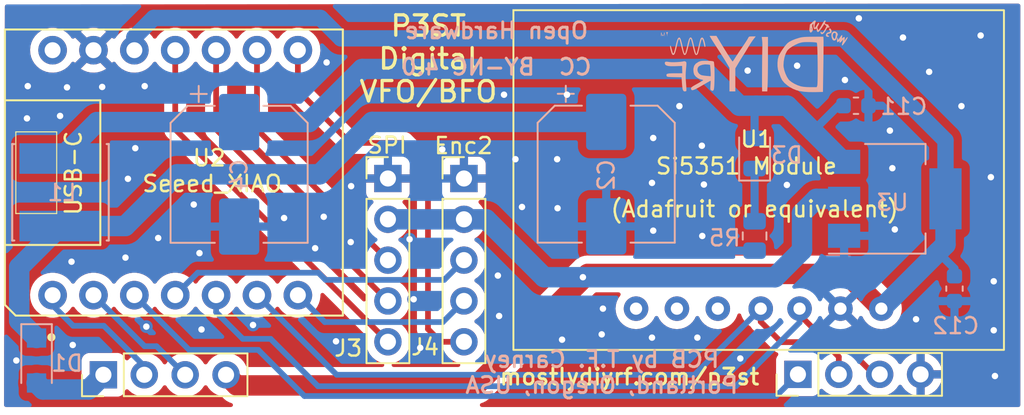
<source format=kicad_pcb>
(kicad_pcb (version 20211014) (generator pcbnew)
  (layers (0 "F.Cu" signal) (31 "B.Cu" signal) (34 "B.Paste" user) (35 "F.Paste" user) (36 "B.SilkS" user "B.Silkscreen") (37 "F.SilkS" user "F.Silkscreen") (38 "B.Mask" user) (39 "F.Mask" user) (44 "Edge.Cuts" user))
  (net 0 "")
  (net 1 "+3V3")
  (net 2 "GND")
  (net 3 "Net-(C2-Pad1)")
  (net 4 "/ENC2_A")
  (net 5 "/ENC2_B")
  (net 6 "/ENC2_SW")
  (net 9 "Net-(D1-Pad2)")
  (net 11 "Net-(D3-Pad1)")
  (net 13 "/SDA")
  (net 14 "/SCL")
  (net 15 "/MOSI")
  (net 16 "/MISO")
  (net 17 "/SCK")
  (net 18 "Net-(C11-Pad1)")
  (net 19 "/ENC1_SW")
  (net 20 "/ENC1_A")
  (net 21 "/ENC1_B")
  (footprint "K7TFC:PinHeader_1x04_P2.54mm_horizontal" (layer "F.Cu") (at 170.1038 104.0384 90)
    (fp_text reference "J1" hide)
    (fp_text value "12VDC")
    (pad "1" thru_hole rect (at 0 0 90) (size 1.7 1.7) (drill 1) (layers *.Cu *.Mask) (net 9 "Net-(D1-Pad2)"))
    (pad "2" thru_hole oval (at 0 2.54 90) (size 1.7 1.7) (drill 1) (layers *.Cu *.Mask) (net 20 "/ENC1_A"))
    (pad "3" thru_hole oval (at 0 5.08 90) (size 1.7 1.7) (drill 1) (layers *.Cu *.Mask) (net 21 "/ENC1_B"))
    (pad "4" thru_hole oval (at 0 7.62 90) (size 1.7 1.7) (drill 1) (layers *.Cu *.Mask) (net 1 "+3V3"))
  )
  (footprint "K7TFC_Modules:Si5351A_Adafruit" (layer "F.Cu") (at 210.82 91.6686)
    (fp_text reference "U1" (at -0.127 -2.286) (layer "F.SilkS"))
    (fp_text value "Si5351A_Adafruit" hide)
    (fp_text user "Si5351 Module" (at -0.762 -0.6096 unlocked) (layer "F.SilkS"))
    (fp_text user "(Adafruit or equivalent)" (at -0.254 2.0574 unlocked) (layer "F.SilkS"))
    (pad "0" thru_hole circle (at -7.62 8.255) (size 1.524 1.524) (drill 0.762) (layers *.Cu *.Mask))
    (pad "1" thru_hole circle (at -5.08 8.255) (size 1.524 1.524) (drill 0.762) (layers *.Cu *.Mask))
    (pad "2" thru_hole circle (at -2.54 8.255) (size 1.524 1.524) (drill 0.762) (layers *.Cu *.Mask))
    (pad "3" thru_hole circle (at 0.127 8.255) (size 1.524 1.524) (drill 0.762) (layers *.Cu *.Mask) (net 14 "/SCL"))
    (pad "4" thru_hole circle (at 2.54 8.255) (size 1.524 1.524) (drill 0.762) (layers *.Cu *.Mask) (net 13 "/SDA"))
    (pad "5" thru_hole circle (at 5.08 8.255) (size 1.524 1.524) (drill 0.762) (layers *.Cu *.Mask) (net 2 "GND"))
    (pad "6" thru_hole circle (at 7.62 8.255) (size 1.524 1.524) (drill 0.762) (layers *.Cu *.Mask) (net 1 "+3V3"))
  )
  (footprint "K7TFC_Modules:XIAO-MODULE_14P-2.54-21X17.8MM" (layer "F.Cu") (at 184.98131 100.3554 90)
    (fp_text reference "U2" (at 9.8044 -8.29891 180) (layer "F.SilkS") (effects (font (size 1.016 1.016) (thickness 0.1524))))
    (fp_text value "Seeed_XIAO" (at 8.2042 -8.12111 180) (layer "F.SilkS") (effects (font (size 1.016 1.016) (thickness 0.1524))))
    (fp_text user "USB-C" (at 8.8646 -16.7386 90 unlocked) (layer "F.SilkS"))
    (pad "1" thru_hole circle (at 1.27 -18.034 270) (size 1.778 1.778) (drill 0.9906) (layers *.Cu *.Mask) (net 20 "/ENC1_A"))
    (pad "2" thru_hole circle (at 1.27 -15.494 270) (size 1.778 1.778) (drill 0.9906) (layers *.Cu *.Mask) (net 21 "/ENC1_B"))
    (pad "3" thru_hole circle (at 1.27 -12.954 270) (size 1.778 1.778) (drill 0.9906) (layers *.Cu *.Mask) (net 19 "/ENC1_SW"))
    (pad "4" thru_hole circle (at 1.27 -10.414 270) (size 1.778 1.778) (drill 0.9906) (layers *.Cu *.Mask) (net 4 "/ENC2_A"))
    (pad "5" thru_hole circle (at 1.27 -7.874 270) (size 1.778 1.778) (drill 0.9906) (layers *.Cu *.Mask) (net 13 "/SDA"))
    (pad "6" thru_hole circle (at 1.27 -5.334 270) (size 1.778 1.778) (drill 0.9906) (layers *.Cu *.Mask) (net 14 "/SCL"))
    (pad "7" thru_hole circle (at 1.27 -2.794 270) (size 1.778 1.778) (drill 0.9906) (layers *.Cu *.Mask) (net 5 "/ENC2_B"))
    (pad "8" thru_hole circle (at 16.51 -2.794 270) (size 1.778 1.778) (drill 0.9906) (layers *.Cu *.Mask) (net 6 "/ENC2_SW"))
    (pad "9" thru_hole circle (at 16.51 -5.334 270) (size 1.778 1.778) (drill 0.9906) (layers *.Cu *.Mask) (net 17 "/SCK"))
    (pad "10" thru_hole circle (at 16.51 -7.874 270) (size 1.778 1.778) (drill 0.9906) (layers *.Cu *.Mask) (net 16 "/MISO"))
    (pad "11" thru_hole circle (at 16.51 -10.414 270) (size 1.778 1.778) (drill 0.9906) (layers *.Cu *.Mask) (net 15 "/MOSI"))
    (pad "12" thru_hole circle (at 16.51 -12.954 270) (size 1.778 1.778) (drill 0.9906) (layers *.Cu *.Mask) (net 1 "+3V3"))
    (pad "13" thru_hole circle (at 16.51 -15.494 270) (size 1.778 1.778) (drill 0.9906) (layers *.Cu *.Mask) (net 2 "GND"))
    (pad "14" thru_hole circle (at 16.51 -18.034 270) (size 1.778 1.778) (drill 0.9906) (layers *.Cu *.Mask))
  )
  (footprint "K7TFC:PinHeader_1x04_P2.54mm_horizontal" (layer "F.Cu") (at 213.2584 104.013 90)
    (fp_text reference "J2" hide)
    (fp_text value "J2")
    (pad "1" thru_hole rect (at 0 0 90) (size 1.7 1.7) (drill 1) (layers *.Cu *.Mask) (net 19 "/ENC1_SW"))
    (pad "2" thru_hole oval (at 0 2.54 90) (size 1.7 1.7) (drill 1) (layers *.Cu *.Mask) (net 14 "/SCL"))
    (pad "3" thru_hole oval (at 0 5.08 90) (size 1.7 1.7) (drill 1) (layers *.Cu *.Mask) (net 13 "/SDA"))
    (pad "4" thru_hole oval (at 0 7.62 90) (size 1.7 1.7) (drill 1) (layers *.Cu *.Mask) (net 2 "GND"))
  )
  (footprint "Connector_PinHeader_2.54mm:PinHeader_1x05_P2.54mm_Vertical" (layer "F.Cu") (at 187.7822 91.826)
    (fp_text reference "J3" (at -2.4638 10.5614) (layer "F.SilkS"))
    (fp_text value "Conn_01x05" hide)
    (pad "1" thru_hole rect (at 0 0) (size 1.7 1.7) (drill 1) (layers *.Cu *.Mask) (net 2 "GND"))
    (pad "2" thru_hole oval (at 0 2.54) (size 1.7 1.7) (drill 1) (layers *.Cu *.Mask) (net 1 "+3V3"))
    (pad "3" thru_hole oval (at 0 5.08) (size 1.7 1.7) (drill 1) (layers *.Cu *.Mask) (net 17 "/SCK"))
    (pad "4" thru_hole oval (at 0 7.62) (size 1.7 1.7) (drill 1) (layers *.Cu *.Mask) (net 16 "/MISO"))
    (pad "5" thru_hole oval (at 0 10.16) (size 1.7 1.7) (drill 1) (layers *.Cu *.Mask) (net 15 "/MOSI"))
  )
  (footprint "Connector_PinHeader_2.54mm:PinHeader_1x05_P2.54mm_Vertical" (layer "F.Cu") (at 192.5066 91.826)
    (fp_text reference "J4" (at -2.413 10.4852 180) (layer "F.SilkS"))
    (fp_text value "Conn_01x05" hide)
    (pad "1" thru_hole rect (at 0 0) (size 1.7 1.7) (drill 1) (layers *.Cu *.Mask) (net 2 "GND"))
    (pad "2" thru_hole oval (at 0 2.54) (size 1.7 1.7) (drill 1) (layers *.Cu *.Mask) (net 1 "+3V3"))
    (pad "3" thru_hole oval (at 0 5.08) (size 1.7 1.7) (drill 1) (layers *.Cu *.Mask) (net 4 "/ENC2_A"))
    (pad "4" thru_hole oval (at 0 7.62) (size 1.7 1.7) (drill 1) (layers *.Cu *.Mask) (net 5 "/ENC2_B"))
    (pad "5" thru_hole oval (at 0 10.16) (size 1.7 1.7) (drill 1) (layers *.Cu *.Mask) (net 6 "/ENC2_SW"))
  )
  (footprint "Capacitor_SMD:CP_Elec_8x10" (layer "B.Cu") (at 201.3458 91.5571 -90)
    (fp_text reference "C2" (at 0.0575 -0.005 90) (layer "B.SilkS") (effects (justify mirror)))
    (fp_text value "220")
    (pad "1" smd roundrect (at -3.25 0 270) (size 3.5 2.5) (layers "B.Cu" "B.Paste" "B.Mask") (roundrect_rratio 0.1) (net 3 "Net-(C2-Pad1)"))
    (pad "2" smd roundrect (at 3.25 0 270) (size 3.5 2.5) (layers "B.Cu" "B.Paste" "B.Mask") (roundrect_rratio 0.1) (net 2 "GND"))
  )
  (footprint "Capacitor_SMD:C_0603_1608Metric" (layer "B.Cu") (at 222.9866 98.679 -90)
    (fp_text reference "C12" (at 2.3114 -0.0762) (layer "B.SilkS") (effects (justify mirror)))
    (fp_text value "10uF")
    (pad "1" smd roundrect (at -0.775 0 270) (size 0.9 0.95) (layers "B.Cu" "B.Paste" "B.Mask") (net 1 "+3V3"))
    (pad "2" smd roundrect (at 0.775 0 270) (size 0.9 0.95) (layers "B.Cu" "B.Paste" "B.Mask") (net 2 "GND"))
  )
  (footprint "Capacitor_SMD:CP_Elec_8x10" (layer "B.Cu") (at 178.5366 91.567 -90)
    (fp_text reference "C4" (at 0.0341 -0.003 90) (layer "B.SilkS") (effects (justify mirror)))
    (fp_text value "220")
    (pad "1" smd roundrect (at -3.25 0 270) (size 3.5 2.5) (layers "B.Cu" "B.Paste" "B.Mask") (roundrect_rratio 0.1) (net 18 "Net-(C11-Pad1)"))
    (pad "2" smd roundrect (at 3.25 0 270) (size 3.5 2.5) (layers "B.Cu" "B.Paste" "B.Mask") (roundrect_rratio 0.1) (net 2 "GND"))
  )
  (footprint "Capacitor_SMD:C_0603_1608Metric" (layer "B.Cu") (at 216.8652 87.2998)
    (fp_text reference "C11" (at 2.9718 0.0508) (layer "B.SilkS") (effects (justify mirror)))
    (fp_text value "10uF")
    (pad "1" smd roundrect (at -0.775 0) (size 0.9 0.95) (layers "B.Cu" "B.Paste" "B.Mask") (net 18 "Net-(C11-Pad1)"))
    (pad "2" smd roundrect (at 0.775 0) (size 0.9 0.95) (layers "B.Cu" "B.Paste" "B.Mask") (net 2 "GND"))
  )
  (footprint "Diode_SMD:Nexperia_CFP3_SOD-123W" (layer "B.Cu") (at 165.95 103.15 -90)
    (fp_text reference "D1" (at 0.1772 -1.8932) (layer "B.SilkS") (effects (justify mirror)))
    (fp_text value "PMEG2010ER" hide)
    (pad "1" smd rect (at -1.4 0 270) (size 1.2 1.2) (layers "B.Cu" "B.Paste" "B.Mask") (net 3 "Net-(C2-Pad1)"))
    (pad "2" smd rect (at 1.4 0 270) (size 1.2 1.2) (layers "B.Cu" "B.Paste" "B.Mask") (net 9 "Net-(D1-Pad2)"))
  )
  (footprint "K7TFC_Passives:INDUCTOR_VLS6045EX-681M" (layer "B.Cu") (at 167.4368 92.6846 -90)
    (fp_text reference "L1" (at 0.0278 -0.0896) (layer "B.SilkS") (effects (font (size 1.016 1.016)) (justify mirror)))
    (fp_text value "680uH")
    (pad "1" smd rect (at -2.1 0 270) (size 1.9 5.1) (layers "B.Cu" "B.Paste" "B.Mask") (net 18 "Net-(C11-Pad1)"))
    (pad "2" smd rect (at 2.1 0 270) (size 1.9 5.1) (layers "B.Cu" "B.Paste" "B.Mask") (net 3 "Net-(C2-Pad1)"))
  )
  (footprint "Graphics:diyrf_12mm" (layer "B.Cu") (at 210.566 84.1502 180)
    (fp_text reference "G***" hide)
    (fp_text value "LOGO" hide)
  )
  (footprint "Resistor_SMD:R_0805_2012Metric" (layer "B.Cu") (at 210.566 95.4024 90)
    (fp_text reference "R5" (at -0.127 -1.8542 180) (layer "B.SilkS") (effects (justify mirror)))
    (fp_text value "1K")
    (pad "1" smd roundrect (at -0.9125 0 90) (size 1.025 1.4) (layers "B.Cu" "B.Paste" "B.Mask") (roundrect_rratio 0.243902) (net 2 "GND"))
    (pad "2" smd roundrect (at 0.9125 0 90) (size 1.025 1.4) (layers "B.Cu" "B.Paste" "B.Mask") (roundrect_rratio 0.243902) (net 11 "Net-(D3-Pad1)"))
  )
  (footprint "Package_TO_SOT_SMD:SOT-223-3_TabPin2" (layer "B.Cu") (at 219.2782 93.091)
    (fp_text reference "U3" (at -0.1524 0.2286) (layer "B.SilkS") (effects (justify mirror)))
    (fp_text value "TLV1117LV-3.3")
    (pad "1" smd rect (at -3.15 2.3) (size 2 1.5) (layers "B.Cu" "B.Paste" "B.Mask") (net 2 "GND"))
    (pad "2" smd rect (at -3.15 0) (size 2 1.5) (layers "B.Cu" "B.Paste" "B.Mask") (net 1 "+3V3"))
    (pad "2" smd rect (at 3.15 0) (size 2 3.8) (layers "B.Cu" "B.Paste" "B.Mask") (net 1 "+3V3"))
    (pad "3" smd rect (at -3.15 -2.3) (size 2 1.5) (layers "B.Cu" "B.Paste" "B.Mask") (net 18 "Net-(C11-Pad1)"))
  )
  (footprint "LED_SMD:LED_0805_2012Metric" (layer "B.Cu") (at 210.566 90.2716 90)
    (fp_text reference "D3" (at -0.1016 2.0066) (layer "B.SilkS") (effects (justify mirror)))
    (fp_text value "LED")
    (pad "1" smd roundrect (at -0.9375 0 90) (size 0.975 1.4) (layers "B.Cu" "B.Paste" "B.Mask") (net 11 "Net-(D3-Pad1)"))
    (pad "2" smd roundrect (at 0.9375 0 90) (size 0.975 1.4) (layers "B.Cu" "B.Paste" "B.Mask") (net 18 "Net-(C11-Pad1)"))
  )
  (gr_text "CC  BY-NC 4.0" (at 194.5132 84.8868) (layer "B.SilkS") (effects (font (size 1 1) (thickness 0.1778)) (justify mirror)))
  (gr_text "PCB by T.F. Carney\nPortland, Oregon, USA" (at 201.0664 103.886) (layer "B.SilkS") (effects (font (size 1 1) (thickness 0.1778)) (justify mirror)))
  (gr_text "Open Hardware" (at 194.5132 82.6262) (layer "B.SilkS") (effects (font (size 1 1) (thickness 0.1778)) (justify mirror)))
  (gr_text "Enc2" (at 192.4812 89.789) (layer "F.SilkS") (effects (font (size 1 1))))
  (gr_text "P3ST\nDigital\nVFO/BFO" (at 190.2968 84.3788) (layer "F.SilkS") (effects (font (size 1.27 1.27) (thickness 0.2032))))
  (gr_text "SPI" (at 187.7314 89.7636) (layer "F.SilkS") (effects (font (size 1 1))))
  (gr_text "mostlydiyrf.com/p3st" (at 202.7936 104.1654) (layer "F.SilkS") (effects (font (size 1 1) (thickness 0.1778))))
  (segment (start 200.2028 97.7646) (end 193.2686 104.6988) (width 1.27) (layer "F.Cu") (net 1))
  (segment (start 218.44 99.9236) (end 216.281 97.7646) (width 1.27) (layer "F.Cu") (net 1))
  (segment (start 216.281 97.7646) (end 200.2028 97.7646) (width 1.27) (layer "F.Cu") (net 1))
  (segment (start 178.3842 104.6988) (end 177.7238 104.0384) (width 1.27) (layer "F.Cu") (net 1))
  (segment (start 193.2686 104.6988) (end 178.3842 104.6988) (width 1.27) (layer "F.Cu") (net 1))
  (via (at 199.898 97.9678) (size 0.8) (drill 0.4) (layers "F.Cu" "B.Cu") (net 1))
  (segment (start 213.5124 96.2914) (end 211.836 97.9678) (width 1.27) (layer "B.Cu") (net 1))
  (segment (start 173.228 81.8388) (end 183.5912 81.8388) (width 1.016) (layer "B.Cu") (net 1))
  (segment (start 197.485 97.9678) (end 193.8832 94.366) (width 1.27) (layer "B.Cu") (net 1))
  (segment (start 221.9579 96.4057) (end 218.44 99.9236) (width 1.27) (layer "B.Cu") (net 1))
  (segment (start 193.8832 94.366) (end 192.5066 94.366) (width 1.27) (layer "B.Cu") (net 1))
  (segment (start 172.02731 83.8454) (end 172.02731 83.03949) (width 1.016) (layer "B.Cu") (net 1))
  (segment (start 199.898 97.9678) (end 197.485 97.9678) (width 1.27) (layer "B.Cu") (net 1))
  (segment (start 213.5124 93.98) (end 213.5124 96.2914) (width 1.27) (layer "B.Cu") (net 1))
  (segment (start 222.9866 97.904) (end 222.9866 97.4344) (width 0.508) (layer "B.Cu") (net 1))
  (segment (start 192.5066 94.366) (end 187.7822 94.366) (width 1.27) (layer "B.Cu") (net 1))
  (segment (start 211.836 97.9678) (end 199.898 97.9678) (width 1.27) (layer "B.Cu") (net 1))
  (segment (start 222.4282 89.4592) (end 222.4282 93.091) (width 1.016) (layer "B.Cu") (net 1))
  (segment (start 222.9866 97.4344) (end 221.9579 96.4057) (width 0.508) (layer "B.Cu") (net 1))
  (segment (start 222.4282 95.9354) (end 221.9579 96.4057) (width 1.27) (layer "B.Cu") (net 1))
  (segment (start 183.5912 81.8388) (end 184.8612 83.1088) (width 1.016) (layer "B.Cu") (net 1))
  (segment (start 216.1282 93.091) (end 214.4014 93.091) (width 1.27) (layer "B.Cu") (net 1))
  (segment (start 216.0778 83.1088) (end 222.4282 89.4592) (width 1.016) (layer "B.Cu") (net 1))
  (segment (start 214.4014 93.091) (end 213.5124 93.98) (width 1.27) (layer "B.Cu") (net 1))
  (segment (start 222.4282 93.091) (end 222.4282 95.9354) (width 1.27) (layer "B.Cu") (net 1))
  (segment (start 172.02731 83.03949) (end 173.228 81.8388) (width 1.016) (layer "B.Cu") (net 1))
  (segment (start 184.8612 83.1088) (end 216.0778 83.1088) (width 1.016) (layer "B.Cu") (net 1))
  (via (at 172.085 89.9414) (size 0.8) (drill 0.4) (layers "F.Cu" "B.Cu") (net 2))
  (via (at 168.1226 97.0026) (size 0.8) (drill 0.4) (layers "F.Cu" "B.Cu") (net 2))
  (via (at 223.4184 87.3252) (size 0.8) (drill 0.4) (layers "F.Cu" "B.Cu") (net 2))
  (via (at 184.5564 101.9556) (size 0.8) (drill 0.4) (layers "F.Cu" "B.Cu") (net 2))
  (via (at 194.691 100.3808) (size 0.8) (drill 0.4) (layers "F.Cu" "B.Cu") (net 2))
  (via (at 205.8924 87.3252) (size 0.8) (drill 0.4) (layers "F.Cu" "B.Cu") (net 2))
  (via (at 176.0728 96.4692) (size 0.8) (drill 0.4) (layers "F.Cu" "B.Cu") (net 2))
  (via (at 172.6692 86.0806) (size 0.8) (drill 0.4) (layers "F.Cu" "B.Cu") (net 2))
  (via (at 204.2668 89.3064) (size 0.8) (drill 0.4) (layers "F.Cu" "B.Cu") (net 2))
  (via (at 196.1134 93.599) (size 0.8) (drill 0.4) (layers "F.Cu" "B.Cu") (net 2))
  (via (at 198.3232 93.6752) (size 0.8) (drill 0.4) (layers "F.Cu" "B.Cu") (net 2))
  (via (at 198.6026 101.854) (size 0.8) (drill 0.4) (layers "F.Cu" "B.Cu") (net 2))
  (via (at 194.9958 86.614) (size 0.8) (drill 0.4) (layers "F.Cu" "B.Cu") (net 2))
  (via (at 204.1906 92.1004) (size 0.8) (drill 0.4) (layers "F.Cu" "B.Cu") (net 2))
  (via (at 201.1426 99.9236) (size 0.8) (drill 0.4) (layers "F.Cu" "B.Cu") (net 2))
  (via (at 189.7888 102.362) (size 0.8) (drill 0.4) (layers "F.Cu" "B.Cu") (net 2))
  (via (at 218.9734 88.8492) (size 0.8) (drill 0.4) (layers "F.Cu" "B.Cu") (net 2))
  (via (at 172.7708 101.0412) (size 0.8) (drill 0.4) (layers "F.Cu" "B.Cu") (net 2))
  (via (at 164.6936 103.1494) (size 0.8) (drill 0.4) (layers "F.Cu" "B.Cu") (net 2))
  (via (at 219.7862 83.058) (size 0.8) (drill 0.4) (layers "F.Cu" "B.Cu") (net 2))
  (via (at 183.9722 84.6074) (size 0.8) (drill 0.4) (layers "F.Cu" "B.Cu") (net 2))
  (via (at 207.2894 89.789) (size 0.8) (drill 0.4) (layers "F.Cu" "B.Cu") (net 2))
  (via (at 207.01 101.727) (size 0.8) (drill 0.4) (layers "F.Cu" "B.Cu") (net 2))
  (via (at 191.1604 90.0176) (size 0.8) (drill 0.4) (layers "F.Cu" "B.Cu") (net 2))
  (via (at 189.1284 95.6056) (size 0.8) (drill 0.4) (layers "F.Cu" "B.Cu") (net 2))
  (via (at 173.5074 95.5294) (size 0.8) (drill 0.4) (layers "F.Cu" "B.Cu") (net 2))
  (via (at 212.5726 92.2274) (size 0.8) (drill 0.4) (layers "F.Cu" "B.Cu") (net 2))
  (via (at 171.6278 91.8464) (size 0.8) (drill 0.4) (layers "F.Cu" "B.Cu") (net 2))
  (via (at 195.707 90.6272) (size 0.8) (drill 0.4) (layers "F.Cu" "B.Cu") (net 2))
  (via (at 165.4048 86.0806) (size 0.8) (drill 0.4) (layers "F.Cu" "B.Cu") (net 2))
  (via (at 185.4708 95.7834) (size 0.8) (drill 0.4) (layers "F.Cu" "B.Cu") (net 2))
  (via (at 198.2978 90.6272) (size 0.8) (drill 0.4) (layers "F.Cu" "B.Cu") (net 2))
  (via (at 168.1988 102.1842) (size 0.8) (drill 0.4) (layers "F.Cu" "B.Cu") (net 2))
  (via (at 210.1342 85.1154) (size 0.8) (drill 0.4) (layers "F.Cu" "B.Cu") (net 2))
  (via (at 220.599 100.584) (size 0.8) (drill 0.4) (layers "F.Cu" "B.Cu") (net 2))
  (via (at 171.4754 96.7486) (size 0.8) (drill 0.4) (layers "F.Cu" "B.Cu") (net 2))
  (via (at 225.5012 104.1146) (size 0.8) (drill 0.4) (layers "F.Cu" "B.Cu") (net 2))
  (via (at 217.043 81.8642) (size 0.8) (drill 0.4) (layers "F.Cu" "B.Cu") (net 2))
  (via (at 183.7944 94.2086) (size 0.8) (drill 0.4) (layers "F.Cu" "B.Cu") (net 2))
  (via (at 189.3824 99.3394) (size 0.8) (drill 0.4) (layers "F.Cu" "B.Cu") (net 2))
  (via (at 167.8432 86.1568) (size 0.8) (drill 0.4) (layers "F.Cu" "B.Cu") (net 2))
  (via (at 207.3148 95.4024) (size 0.8) (drill 0.4) (layers "F.Cu" "B.Cu") (net 2))
  (via (at 204.1906 101.727) (size 0.8) (drill 0.4) (layers "F.Cu" "B.Cu") (net 2))
  (via (at 225.425 98.2218) (size 0.8) (drill 0.4) (layers "F.Cu" "B.Cu") (net 2))
  (via (at 198.9074 86.614) (size 0.8) (drill 0.4) (layers "F.Cu" "B.Cu") (net 2))
  (via (at 213.2076 84.8106) (size 0.8) (drill 0.4) (layers "F.Cu" "B.Cu") (net 2))
  (via (at 221.4118 85.1916) (size 0.8) (drill 0.4) (layers "F.Cu" "B.Cu") (net 2))
  (via (at 176.1998 101.219) (size 0.8) (drill 0.4) (layers "F.Cu" "B.Cu") (net 2))
  (via (at 204.2668 95.0722) (size 0.8) (drill 0.4) (layers "F.Cu" "B.Cu") (net 2))
  (via (at 181.3306 94.2848) (size 0.8) (drill 0.4) (layers "F.Cu" "B.Cu") (net 2))
  (via (at 185.4962 92.3036) (size 0.8) (drill 0.4) (layers "F.Cu" "B.Cu") (net 2))
  (via (at 219.1258 91.186) (size 0.8) (drill 0.4) (layers "F.Cu" "B.Cu") (net 2))
  (via (at 207.4164 92.202) (size 0.8) (drill 0.4) (layers "F.Cu" "B.Cu") (net 2))
  (via (at 219.2782 94.996) (size 0.8) (drill 0.4) (layers "F.Cu" "B.Cu") (net 2))
  (via (at 224.6122 82.931) (size 0.8) (drill 0.4) (layers "F.Cu" "B.Cu") (net 2))
  (via (at 225.2472 91.7448) (size 0.8) (drill 0.4) (layers "F.Cu" "B.Cu") (net 2))
  (via (at 209.677 103.0224) (size 0.8) (drill 0.4) (layers "F.Cu" "B.Cu") (net 2))
  (via (at 183.261 96.1644) (size 0.8) (drill 0.4) (layers "F.Cu" "B.Cu") (net 2))
  (via (at 216.1794 85.6996) (size 0.8) (drill 0.4) (layers "F.Cu" "B.Cu") (net 2))
  (via (at 170.0276 86.1314) (size 0.8) (drill 0.4) (layers "F.Cu" "B.Cu") (net 2))
  (via (at 167.4114 87.9348) (size 0.8) (drill 0.4) (layers "F.Cu" "B.Cu") (net 2))
  (via (at 194.6148 97.8662) (size 0.8) (drill 0.4) (layers "F.Cu" "B.Cu") (net 2))
  (via (at 175.7172 93.4466) (size 0.8) (drill 0.4) (layers "F.Cu" "B.Cu") (net 2))
  (via (at 225.425 101.2698) (size 0.8) (drill 0.4) (layers "F.Cu" "B.Cu") (net 2))
  (via (at 179.4002 100.9396) (size 0.8) (drill 0.4) (layers "F.Cu" "B.Cu") (net 2))
  (via (at 165.354 88.0872) (size 0.8) (drill 0.4) (layers "F.Cu" "B.Cu") (net 2))
  (via (at 201.0664 101.5238) (size 0.8) (drill 0.4) (layers "F.Cu" "B.Cu") (net 2))
  (segment (start 164.8714 100.6714) (end 164.8714 97.35) (width 1.27) (layer "B.Cu") (net 3))
  (segment (start 167.4368 94.7846) (end 171.4582 94.7846) (width 1.27) (layer "B.Cu") (net 3))
  (segment (start 183.5404 91.567) (end 186.8003 88.3071) (width 1.27) (layer "B.Cu") (net 3))
  (segment (start 164.8714 97.35) (end 167.4368 94.7846) (width 1.27) (layer "B.Cu") (net 3))
  (segment (start 165.95 101.75) (end 164.8714 100.6714) (width 1.27) (layer "B.Cu") (net 3))
  (segment (start 186.8003 88.3071) (end 201.3458 88.3071) (width 1.27) (layer "B.Cu") (net 3))
  (segment (start 171.4582 94.7846) (end 174.6758 91.567) (width 1.27) (layer "B.Cu") (net 3))
  (segment (start 174.6758 91.567) (end 183.5404 91.567) (width 1.27) (layer "B.Cu") (net 3))
  (segment (start 191.2788 98.1338) (end 192.5066 96.906) (width 0.3556) (layer "B.Cu") (net 4))
  (segment (start 183.4642 97.6884) (end 183.9096 98.1338) (width 0.3556) (layer "B.Cu") (net 4))
  (segment (start 175.96431 97.6884) (end 183.4642 97.6884) (width 0.3556) (layer "B.Cu") (net 4))
  (segment (start 174.56731 99.0854) (end 175.96431 97.6884) (width 0.3556) (layer "B.Cu") (net 4))
  (segment (start 183.9096 98.1338) (end 191.2788 98.1338) (width 0.3556) (layer "B.Cu") (net 4))
  (segment (start 183.86011 100.7582) (end 191.1944 100.7582) (width 0.3556) (layer "B.Cu") (net 5))
  (segment (start 191.1944 100.7582) (end 192.5066 99.446) (width 0.3556) (layer "B.Cu") (net 5))
  (segment (start 182.18731 99.0854) (end 183.86011 100.7582) (width 0.3556) (layer "B.Cu") (net 5))
  (segment (start 190.2714 91.1352) (end 190.2714 101.1936) (width 0.3556) (layer "F.Cu") (net 6))
  (segment (start 182.18731 86.35311) (end 185.4454 89.6112) (width 0.3556) (layer "F.Cu") (net 6))
  (segment (start 182.18731 83.8454) (end 182.18731 86.35311) (width 0.3556) (layer "F.Cu") (net 6))
  (segment (start 190.2714 101.1936) (end 191.0638 101.986) (width 0.3556) (layer "F.Cu") (net 6))
  (segment (start 191.0638 101.986) (end 192.5066 101.986) (width 0.3556) (layer "F.Cu") (net 6))
  (segment (start 188.7474 89.6112) (end 190.2714 91.1352) (width 0.3556) (layer "F.Cu") (net 6))
  (segment (start 185.4454 89.6112) (end 188.7474 89.6112) (width 0.3556) (layer "F.Cu") (net 6))
  (segment (start 170.1038 104.0384) (end 169.1894 104.9528) (width 1.27) (layer "B.Cu") (net 9))
  (segment (start 166.3528 104.9528) (end 165.95 104.55) (width 1.27) (layer "B.Cu") (net 9))
  (segment (start 169.1894 104.9528) (end 166.3528 104.9528) (width 1.27) (layer "B.Cu") (net 9))
  (segment (start 210.566 91.2091) (end 210.566 94.4899) (width 0.508) (layer "B.Cu") (net 11))
  (segment (start 214.2744 101.219) (end 215.1888 101.219) (width 0.3556) (layer "F.Cu") (net 13))
  (segment (start 213.36 100.3046) (end 214.2744 101.219) (width 0.3556) (layer "F.Cu") (net 13))
  (segment (start 217.9828 104.013) (end 218.3384 104.013) (width 0.3556) (layer "F.Cu") (net 13))
  (segment (start 215.1888 101.219) (end 217.9828 104.013) (width 0.3556) (layer "F.Cu") (net 13))
  (segment (start 213.36 99.9236) (end 213.36 100.3046) (width 0.3556) (layer "F.Cu") (net 13))
  (segment (start 213.36 100.7872) (end 213.36 99.9236) (width 0.3556) (layer "B.Cu") (net 13))
  (segment (start 183.4388 104.7496) (end 209.3976 104.7496) (width 0.3556) (layer "B.Cu") (net 13))
  (segment (start 209.3976 104.7496) (end 213.36 100.7872) (width 0.3556) (layer "B.Cu") (net 13))
  (segment (start 178.7652 101.8032) (end 180.4924 101.8032) (width 0.3556) (layer "B.Cu") (net 13))
  (segment (start 177.10731 100.14531) (end 178.7652 101.8032) (width 0.3556) (layer "B.Cu") (net 13))
  (segment (start 177.10731 99.0854) (end 177.10731 100.14531) (width 0.3556) (layer "B.Cu") (net 13))
  (segment (start 180.4924 101.8032) (end 183.4388 104.7496) (width 0.3556) (layer "B.Cu") (net 13))
  (segment (start 214.884 102.0064) (end 215.7984 102.9208) (width 0.3556) (layer "F.Cu") (net 14))
  (segment (start 210.947 100.7364) (end 212.217 102.0064) (width 0.3556) (layer "F.Cu") (net 14))
  (segment (start 215.7984 103.4542) (end 215.6206 103.2764) (width 0.1778) (layer "F.Cu") (net 14))
  (segment (start 215.7984 102.9208) (end 215.7984 104.013) (width 0.3556) (layer "F.Cu") (net 14))
  (segment (start 212.217 102.0064) (end 214.884 102.0064) (width 0.3556) (layer "F.Cu") (net 14))
  (segment (start 210.947 99.9236) (end 210.947 100.7364) (width 0.3556) (layer "F.Cu") (net 14))
  (segment (start 184.60031 104.0384) (end 206.8322 104.0384) (width 0.3556) (layer "B.Cu") (net 14))
  (segment (start 206.8322 104.0384) (end 210.947 99.9236) (width 0.3556) (layer "B.Cu") (net 14))
  (segment (start 179.64731 99.0854) (end 184.60031 104.0384) (width 0.3556) (layer "B.Cu") (net 14))
  (segment (start 174.56731 83.8454) (end 174.56731 88.77111) (width 0.3556) (layer "F.Cu") (net 15))
  (segment (start 174.56731 88.77111) (end 187.7822 101.986) (width 0.3556) (layer "F.Cu") (net 15))
  (segment (start 177.10731 83.8454) (end 177.10731 88.77111) (width 0.3556) (layer "F.Cu") (net 16))
  (segment (start 177.10731 88.77111) (end 187.7822 99.446) (width 0.3556) (layer "F.Cu") (net 16))
  (segment (start 179.64731 83.8454) (end 179.64731 88.77111) (width 0.3556) (layer "F.Cu") (net 17))
  (segment (start 179.64731 88.77111) (end 187.7822 96.906) (width 0.3556) (layer "F.Cu") (net 17))
  (segment (start 216.1282 90.791) (end 216.0892 90.791) (width 1.27) (layer "B.Cu") (net 18))
  (segment (start 182.8788 88.317) (end 178.5366 88.317) (width 1.27) (layer "B.Cu") (net 18))
  (segment (start 182.8788 88.317) (end 186.182 85.0138) (width 1.27) (layer "B.Cu") (net 18))
  (segment (start 210.566 89.3341) (end 210.566 87.4014) (width 0.508) (layer "B.Cu") (net 18))
  (segment (start 210.6676 87.2998) (end 209.6262 87.2998) (width 1.27) (layer "B.Cu") (net 18))
  (segment (start 167.4368 90.5846) (end 169.7044 88.317) (width 1.27) (layer "B.Cu") (net 18))
  (segment (start 186.182 85.0138) (end 207.3402 85.0138) (width 1.27) (layer "B.Cu") (net 18))
  (segment (start 209.6262 87.2998) (end 207.3402 85.0138) (width 1.27) (layer "B.Cu") (net 18))
  (segment (start 169.7044 88.317) (end 178.5366 88.317) (width 1.27) (layer "B.Cu") (net 18))
  (segment (start 216.0902 90.753) (end 216.1282 90.791) (width 1.27) (layer "B.Cu") (net 18))
  (segment (start 216.0892 90.791) (end 214.1855 88.8873) (width 1.27) (layer "B.Cu") (net 18))
  (segment (start 214.1855 88.8873) (end 212.598 87.2998) (width 1.27) (layer "B.Cu") (net 18))
  (segment (start 212.598 87.2998) (end 210.6676 87.2998) (width 1.27) (layer "B.Cu") (net 18))
  (segment (start 210.566 87.4014) (end 210.6676 87.2998) (width 0.508) (layer "B.Cu") (net 18))
  (segment (start 215.773 87.2998) (end 214.1855 88.8873) (width 0.508) (layer "B.Cu") (net 18))
  (segment (start 216.0902 87.2998) (end 215.773 87.2998) (width 0.508) (layer "B.Cu") (net 18))
  (segment (start 211.9122 105.3592) (end 213.2584 104.013) (width 0.3556) (layer "B.Cu") (net 19))
  (segment (start 175.43091 102.489) (end 179.725172 102.489) (width 0.3556) (layer "B.Cu") (net 19))
  (segment (start 179.725172 102.489) (end 182.595372 105.3592) (width 0.3556) (layer "B.Cu") (net 19))
  (segment (start 172.02731 99.0854) (end 175.43091 102.489) (width 0.3556) (layer "B.Cu") (net 19))
  (segment (start 182.595372 105.3592) (end 211.9122 105.3592) (width 0.3556) (layer "B.Cu") (net 19))
  (segment (start 166.94731 99.71351) (end 168.2242 100.9904) (width 0.3556) (layer "B.Cu") (net 20))
  (segment (start 166.94731 99.0854) (end 166.94731 99.71351) (width 0.3556) (layer "B.Cu") (net 20))
  (segment (start 168.2242 100.9904) (end 170.1292 100.9904) (width 0.3556) (layer "B.Cu") (net 20))
  (segment (start 172.6438 103.505) (end 172.6438 104.0384) (width 0.3556) (layer "B.Cu") (net 20))
  (segment (start 170.1292 100.9904) (end 172.6438 103.505) (width 0.3556) (layer "B.Cu") (net 20))
  (segment (start 172.66231 102.2604) (end 173.4058 102.2604) (width 0.3556) (layer "B.Cu") (net 21))
  (segment (start 169.48731 99.0854) (end 172.66231 102.2604) (width 0.3556) (layer "B.Cu") (net 21))
  (segment (start 173.4058 102.2604) (end 175.1838 104.0384) (width 0.3556) (layer "B.Cu") (net 21))
  (zone (net 2) (net_name "GND") (layers F&B.Cu) (connect_pads (clearance 0.508)) (min_thickness 0.254) (fill yes (thermal_gap 0.508) (thermal_bridge_width 0.508))
    (polygon (pts (xy 227.076 106.045) (xy 163.9316 106.045) (xy 163.9824 81.0006) (xy 227.076 80.9498)))
  )
)
</source>
